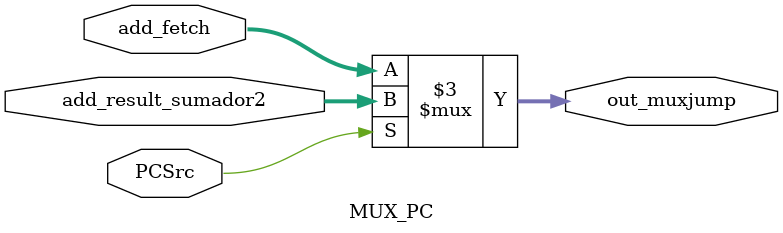
<source format=v>
module MUX_PC (
	input [31:0] add_fetch,
	input [31:0] add_result_sumador2,
	input PCSrc,
	output reg [31:0] out_muxjump
);

always @* begin
	if (PCSrc) begin
		out_muxjump <= add_result_sumador2;
	end
	else begin
		out_muxjump <= add_fetch;
	end
end

endmodule


</source>
